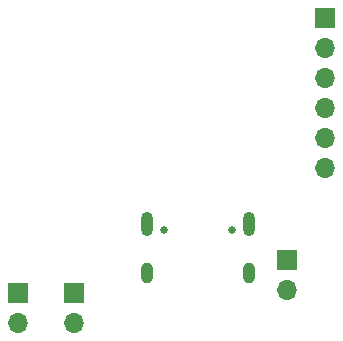
<source format=gbr>
%TF.GenerationSoftware,KiCad,Pcbnew,(7.0.0)*%
%TF.CreationDate,2023-03-11T14:16:37+01:00*%
%TF.ProjectId,AVI_Computer,4156495f-436f-46d7-9075-7465722e6b69,rev?*%
%TF.SameCoordinates,Original*%
%TF.FileFunction,Soldermask,Bot*%
%TF.FilePolarity,Negative*%
%FSLAX46Y46*%
G04 Gerber Fmt 4.6, Leading zero omitted, Abs format (unit mm)*
G04 Created by KiCad (PCBNEW (7.0.0)) date 2023-03-11 14:16:37*
%MOMM*%
%LPD*%
G01*
G04 APERTURE LIST*
%ADD10C,0.650000*%
%ADD11O,1.000000X2.100000*%
%ADD12O,1.000000X1.800000*%
%ADD13R,1.700000X1.700000*%
%ADD14O,1.700000X1.700000*%
G04 APERTURE END LIST*
D10*
%TO.C,J1*%
X157860000Y-121645000D03*
X163640000Y-121645000D03*
D11*
X156429999Y-121144999D03*
D12*
X156429999Y-125324999D03*
D11*
X165069999Y-121144999D03*
D12*
X165069999Y-125324999D03*
%TD*%
D13*
%TO.C,J2*%
X171499999Y-103709999D03*
D14*
X171499999Y-106249999D03*
X171499999Y-108789999D03*
X171499999Y-111329999D03*
X171499999Y-113869999D03*
X171499999Y-116409999D03*
%TD*%
D13*
%TO.C,J3*%
X145499999Y-126974999D03*
D14*
X145499999Y-129514999D03*
%TD*%
D13*
%TO.C,J5*%
X168249999Y-124224999D03*
D14*
X168249999Y-126764999D03*
%TD*%
D13*
%TO.C,J4*%
X150249999Y-126974999D03*
D14*
X150249999Y-129514999D03*
%TD*%
M02*

</source>
